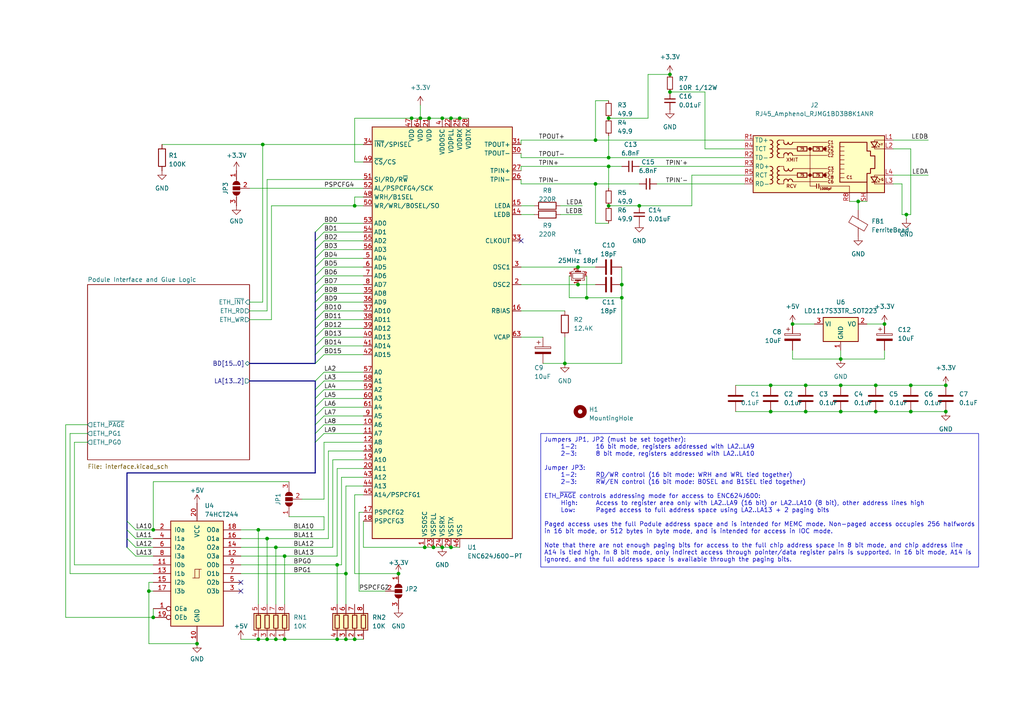
<source format=kicad_sch>
(kicad_sch (version 20250114) (generator "eeschema") (generator_version "9.0")
  (paper "A4")
  (title_block (title "EtherENC Prototype Card") (date "2025-10-23") (rev "0"))
  (text_box "Jumpers JP1, JP2 (must be set together):\n	1-2:	16 bit mode, registers addressed with LA2..LA9\n	2-3:	8 bit mode, registers addressed with LA2..LA10\n\nJumper JP3:\n	1-2:	RD/WR control (16 bit mode: WRH and WRL tied together)\n	2-3:	R~{W}/EN control (16 bit mode: B0SEL and B1SEL tied together)\n\nETH_~{PAGE} controls addressing mode for access to ENC624J600:\n	High:	Access to register area only with LA2..LA9 (16 bit) or LA2..LA10 (8 bit), other address lines high\n	Low:	Paged access to full address space using LA2..LA13 + 2 paging bits\n\nPaged access uses the full Podule address space and is intended for MEMC mode. Non-paged access occupies 256 halfwords in 16 bit mode, or 512 bytes in byte mode, and is intended for access in IOC mode.\n\nNote that there are not enough paging bits for access to the full chip address space in 8 bit mode, and chip address line A14 is tied high. In 8 bit mode, only indirect access through pointer/data register pairs is supported. In 16 bit mode, A14 is ignored, and the full address space is available through the paging bits." (at 156.845 125.73 0) (size 127 38.735) (margins 0.9525 0.9525 0.9525 0.9525) (effects (font (size 1.27 1.27)) (justify left top)))
  (junction (at 248.92 58.42))
  (junction (at 123.19 158.75))
  (junction (at 128.27 158.75))
  (junction (at 43.18 171.45))
  (junction (at 223.52 119.38))
  (junction (at 176.53 59.69))
  (junction (at 100.33 185.42))
  (junction (at 133.35 34.29))
  (junction (at 77.47 156.21))
  (junction (at 243.84 111.76))
  (junction (at 121.92 34.29))
  (junction (at 176.53 48.26))
  (junction (at 254 111.76))
  (junction (at 254 119.38))
  (junction (at 82.55 185.42))
  (junction (at 102.87 185.42))
  (junction (at 194.31 21.59))
  (junction (at 264.16 119.38))
  (junction (at 124.46 34.29))
  (junction (at 130.81 158.75))
  (junction (at 264.16 111.76))
  (junction (at 76.2 41.91))
  (junction (at 130.81 34.29))
  (junction (at 44.45 179.07))
  (junction (at 119.38 34.29))
  (junction (at 82.55 161.29))
  (junction (at 194.31 26.67))
  (junction (at 243.84 119.38))
  (junction (at 167.64 77.47))
  (junction (at 233.68 111.76))
  (junction (at 102.87 59.69))
  (junction (at 74.93 185.42))
  (junction (at 100.33 166.37))
  (junction (at 172.72 40.64))
  (junction (at 57.15 186.69))
  (junction (at 97.79 163.83))
  (junction (at 172.72 53.34))
  (junction (at 274.32 119.38))
  (junction (at 80.01 158.75))
  (junction (at 180.34 82.55))
  (junction (at 97.79 185.42))
  (junction (at 74.93 153.67))
  (junction (at 167.64 82.55))
  (junction (at 185.42 59.69))
  (junction (at 176.53 34.29))
  (junction (at 233.68 119.38))
  (junction (at 125.73 158.75))
  (junction (at 256.54 93.98))
  (junction (at 115.57 166.37))
  (junction (at 262.89 62.23))
  (junction (at 274.32 111.76))
  (junction (at 77.47 185.42))
  (junction (at 128.27 34.29))
  (junction (at 229.87 93.98))
  (junction (at 180.34 86.36))
  (junction (at 163.83 105.41))
  (junction (at 243.84 104.14))
  (junction (at 170.18 86.36))
  (junction (at 44.45 153.67))
  (junction (at 176.53 45.72))
  (junction (at 223.52 111.76))
  (junction (at 80.01 185.42))
  (no_connect (at 69.85 168.91))
  (no_connect (at 69.85 171.45))
  (no_connect (at 151.13 69.85))
  (bus_entry (at 91.44 87.63) (size 2.54 -2.54))
  (bus_entry (at 91.44 97.79) (size 2.54 -2.54))
  (bus_entry (at 91.44 74.93) (size 2.54 -2.54))
  (bus_entry (at 91.44 67.31) (size 2.54 -2.54))
  (bus_entry (at 36.83 158.75) (size 2.54 2.54))
  (bus_entry (at 91.44 92.71) (size 2.54 -2.54))
  (bus_entry (at 91.44 95.25) (size 2.54 -2.54))
  (bus_entry (at 36.83 153.67) (size 2.54 2.54))
  (bus_entry (at 91.44 118.11) (size 2.54 -2.54))
  (bus_entry (at 91.44 90.17) (size 2.54 -2.54))
  (bus_entry (at 91.44 105.41) (size 2.54 -2.54))
  (bus_entry (at 91.44 69.85) (size 2.54 -2.54))
  (bus_entry (at 91.44 102.87) (size 2.54 -2.54))
  (bus_entry (at 91.44 77.47) (size 2.54 -2.54))
  (bus_entry (at 36.83 156.21) (size 2.54 2.54))
  (bus_entry (at 91.44 82.55) (size 2.54 -2.54))
  (bus_entry (at 91.44 120.65) (size 2.54 -2.54))
  (bus_entry (at 91.44 72.39) (size 2.54 -2.54))
  (bus_entry (at 91.44 123.19) (size 2.54 -2.54))
  (bus_entry (at 91.44 80.01) (size 2.54 -2.54))
  (bus_entry (at 91.44 128.27) (size 2.54 -2.54))
  (bus_entry (at 36.83 151.13) (size 2.54 2.54))
  (bus_entry (at 91.44 113.03) (size 2.54 -2.54))
  (bus_entry (at 91.44 85.09) (size 2.54 -2.54))
  (bus_entry (at 91.44 100.33) (size 2.54 -2.54))
  (bus_entry (at 91.44 110.49) (size 2.54 -2.54))
  (bus_entry (at 91.44 115.57) (size 2.54 -2.54))
  (bus_entry (at 91.44 125.73) (size 2.54 -2.54))
  (wire (pts (xy 69.85 185.42) (xy 74.93 185.42)))
  (wire (pts (xy 77.47 52.07) (xy 105.41 52.07)))
  (bus (pts (xy 91.44 123.19) (xy 91.44 120.65)))
  (wire (pts (xy 43.18 168.91) (xy 43.18 171.45)))
  (wire (pts (xy 97.79 161.29) (xy 97.79 135.89)))
  (bus (pts (xy 91.44 128.27) (xy 91.44 137.16)))
  (wire (pts (xy 176.53 34.29) (xy 187.96 34.29)))
  (wire (pts (xy 243.84 101.6) (xy 243.84 104.14)))
  (wire (pts (xy 180.34 82.55) (xy 180.34 86.36)))
  (wire (pts (xy 74.93 153.67) (xy 93.98 153.67)))
  (bus (pts (xy 91.44 87.63) (xy 91.44 90.17)))
  (wire (pts (xy 93.98 107.95) (xy 105.41 107.95)))
  (wire (pts (xy 176.53 48.26) (xy 176.53 54.61)))
  (wire (pts (xy 264.16 62.23) (xy 264.16 43.18)))
  (wire (pts (xy 262.89 62.23) (xy 261.62 62.23)))
  (wire (pts (xy 100.33 140.97) (xy 105.41 140.97)))
  (bus (pts (xy 91.44 118.11) (xy 91.44 115.57)))
  (wire (pts (xy 204.47 43.18) (xy 215.9 43.18)))
  (wire (pts (xy 97.79 135.89) (xy 105.41 135.89)))
  (wire (pts (xy 261.62 53.34) (xy 259.08 53.34)))
  (wire (pts (xy 261.62 62.23) (xy 261.62 53.34)))
  (wire (pts (xy 102.87 46.99) (xy 102.87 34.29)))
  (wire (pts (xy 93.98 125.73) (xy 105.41 125.73)))
  (wire (pts (xy 233.68 119.38) (xy 243.84 119.38)))
  (wire (pts (xy 93.98 95.25) (xy 105.41 95.25)))
  (wire (pts (xy 21.59 163.83) (xy 44.45 163.83)))
  (wire (pts (xy 165.1 80.01) (xy 165.1 86.36)))
  (wire (pts (xy 172.72 40.64) (xy 215.9 40.64)))
  (wire (pts (xy 69.85 156.21) (xy 77.47 156.21)))
  (wire (pts (xy 93.98 128.27) (xy 105.41 128.27)))
  (wire (pts (xy 151.13 45.72) (xy 176.53 45.72)))
  (wire (pts (xy 19.05 123.19) (xy 25.4 123.19)))
  (wire (pts (xy 19.05 179.07) (xy 19.05 123.19)))
  (wire (pts (xy 151.13 48.26) (xy 176.53 48.26)))
  (wire (pts (xy 256.54 104.14) (xy 243.84 104.14)))
  (wire (pts (xy 72.39 90.17) (xy 77.47 90.17)))
  (wire (pts (xy 99.06 163.83) (xy 99.06 138.43)))
  (wire (pts (xy 121.92 30.48) (xy 121.92 34.29)))
  (wire (pts (xy 82.55 161.29) (xy 97.79 161.29)))
  (wire (pts (xy 200.66 50.8) (xy 215.9 50.8)))
  (wire (pts (xy 187.96 34.29) (xy 187.96 21.59)))
  (wire (pts (xy 264.16 43.18) (xy 259.08 43.18)))
  (wire (pts (xy 213.36 111.76) (xy 223.52 111.76)))
  (wire (pts (xy 264.16 119.38) (xy 274.32 119.38)))
  (wire (pts (xy 187.96 21.59) (xy 194.31 21.59)))
  (wire (pts (xy 93.98 115.57) (xy 105.41 115.57)))
  (bus (pts (xy 91.44 74.93) (xy 91.44 77.47)))
  (wire (pts (xy 180.34 77.47) (xy 180.34 82.55)))
  (wire (pts (xy 102.87 143.51) (xy 105.41 143.51)))
  (wire (pts (xy 93.98 85.09) (xy 105.41 85.09)))
  (wire (pts (xy 229.87 101.6) (xy 229.87 104.14)))
  (wire (pts (xy 111.76 171.45) (xy 104.14 171.45)))
  (wire (pts (xy 105.41 151.13) (xy 105.41 158.75)))
  (wire (pts (xy 151.13 53.34) (xy 151.13 52.07)))
  (wire (pts (xy 172.72 29.21) (xy 176.53 29.21)))
  (wire (pts (xy 119.38 34.29) (xy 121.92 34.29)))
  (wire (pts (xy 176.53 59.69) (xy 185.42 59.69)))
  (wire (pts (xy 243.84 119.38) (xy 254 119.38)))
  (bus (pts (xy 91.44 85.09) (xy 91.44 87.63)))
  (wire (pts (xy 93.98 87.63) (xy 105.41 87.63)))
  (wire (pts (xy 163.83 97.79) (xy 163.83 105.41)))
  (wire (pts (xy 151.13 77.47) (xy 167.64 77.47)))
  (wire (pts (xy 213.36 119.38) (xy 223.52 119.38)))
  (wire (pts (xy 39.37 156.21) (xy 44.45 156.21)))
  (wire (pts (xy 44.45 168.91) (xy 43.18 168.91)))
  (wire (pts (xy 170.18 80.01) (xy 170.18 86.36)))
  (wire (pts (xy 256.54 101.6) (xy 256.54 104.14)))
  (wire (pts (xy 80.01 185.42) (xy 82.55 185.42)))
  (wire (pts (xy 200.66 59.69) (xy 200.66 50.8)))
  (wire (pts (xy 264.16 62.23) (xy 262.89 62.23)))
  (wire (pts (xy 93.98 120.65) (xy 105.41 120.65)))
  (wire (pts (xy 100.33 166.37) (xy 100.33 140.97)))
  (wire (pts (xy 76.2 41.91) (xy 105.41 41.91)))
  (wire (pts (xy 130.81 158.75) (xy 133.35 158.75)))
  (bus (pts (xy 72.39 105.41) (xy 91.44 105.41)))
  (wire (pts (xy 243.84 111.76) (xy 254 111.76)))
  (wire (pts (xy 105.41 158.75) (xy 123.19 158.75)))
  (bus (pts (xy 91.44 100.33) (xy 91.44 102.87)))
  (wire (pts (xy 151.13 40.64) (xy 151.13 41.91)))
  (wire (pts (xy 254 119.38) (xy 264.16 119.38)))
  (wire (pts (xy 43.18 186.69) (xy 57.15 186.69)))
  (wire (pts (xy 128.27 158.75) (xy 130.81 158.75)))
  (wire (pts (xy 180.34 105.41) (xy 163.83 105.41)))
  (bus (pts (xy 91.44 72.39) (xy 91.44 74.93)))
  (wire (pts (xy 44.45 171.45) (xy 43.18 171.45)))
  (wire (pts (xy 130.81 34.29) (xy 133.35 34.29)))
  (wire (pts (xy 77.47 185.42) (xy 80.01 185.42)))
  (wire (pts (xy 165.1 86.36) (xy 170.18 86.36)))
  (wire (pts (xy 19.05 179.07) (xy 44.45 179.07)))
  (bus (pts (xy 91.44 69.85) (xy 91.44 72.39)))
  (wire (pts (xy 93.98 110.49) (xy 105.41 110.49)))
  (wire (pts (xy 78.74 92.71) (xy 78.74 59.69)))
  (wire (pts (xy 95.25 130.81) (xy 105.41 130.81)))
  (wire (pts (xy 151.13 97.79) (xy 157.48 97.79)))
  (bus (pts (xy 36.83 153.67) (xy 36.83 156.21)))
  (wire (pts (xy 87.63 144.78) (xy 93.98 144.78)))
  (wire (pts (xy 246.38 58.42) (xy 248.92 58.42)))
  (wire (pts (xy 264.16 111.76) (xy 274.32 111.76)))
  (wire (pts (xy 95.25 156.21) (xy 95.25 130.81)))
  (wire (pts (xy 93.98 90.17) (xy 105.41 90.17)))
  (wire (pts (xy 133.35 34.29) (xy 135.89 34.29)))
  (wire (pts (xy 102.87 57.15) (xy 102.87 59.69)))
  (wire (pts (xy 93.98 77.47) (xy 105.41 77.47)))
  (bus (pts (xy 91.44 125.73) (xy 91.44 128.27)))
  (wire (pts (xy 39.37 161.29) (xy 44.45 161.29)))
  (wire (pts (xy 93.98 69.85) (xy 105.41 69.85)))
  (wire (pts (xy 97.79 163.83) (xy 97.79 175.26)))
  (wire (pts (xy 176.53 48.26) (xy 180.34 48.26)))
  (wire (pts (xy 93.98 74.93) (xy 105.41 74.93)))
  (wire (pts (xy 21.59 128.27) (xy 21.59 163.83)))
  (wire (pts (xy 172.72 53.34) (xy 172.72 64.77)))
  (wire (pts (xy 233.68 111.76) (xy 243.84 111.76)))
  (wire (pts (xy 176.53 45.72) (xy 215.9 45.72)))
  (wire (pts (xy 93.98 67.31) (xy 105.41 67.31)))
  (wire (pts (xy 97.79 163.83) (xy 99.06 163.83)))
  (wire (pts (xy 82.55 161.29) (xy 82.55 175.26)))
  (wire (pts (xy 69.85 158.75) (xy 80.01 158.75)))
  (bus (pts (xy 91.44 77.47) (xy 91.44 80.01)))
  (bus (pts (xy 91.44 97.79) (xy 91.44 100.33)))
  (wire (pts (xy 185.42 59.69) (xy 200.66 59.69)))
  (wire (pts (xy 69.85 161.29) (xy 82.55 161.29)))
  (wire (pts (xy 72.39 92.71) (xy 78.74 92.71)))
  (wire (pts (xy 96.52 158.75) (xy 96.52 133.35)))
  (wire (pts (xy 102.87 166.37) (xy 115.57 166.37)))
  (wire (pts (xy 168.91 62.23) (xy 162.56 62.23)))
  (wire (pts (xy 151.13 40.64) (xy 172.72 40.64)))
  (wire (pts (xy 167.64 77.47) (xy 172.72 77.47)))
  (bus (pts (xy 36.83 151.13) (xy 36.83 153.67)))
  (wire (pts (xy 93.98 100.33) (xy 105.41 100.33)))
  (wire (pts (xy 248.92 58.42) (xy 248.92 60.96)))
  (bus (pts (xy 91.44 82.55) (xy 91.44 85.09)))
  (wire (pts (xy 180.34 86.36) (xy 180.34 105.41)))
  (wire (pts (xy 96.52 133.35) (xy 105.41 133.35)))
  (wire (pts (xy 151.13 48.26) (xy 151.13 49.53)))
  (wire (pts (xy 223.52 111.76) (xy 233.68 111.76)))
  (bus (pts (xy 36.83 137.16) (xy 36.83 151.13)))
  (wire (pts (xy 229.87 104.14) (xy 243.84 104.14)))
  (wire (pts (xy 44.45 139.7) (xy 44.45 153.67)))
  (wire (pts (xy 20.32 125.73) (xy 20.32 166.37)))
  (wire (pts (xy 124.46 34.29) (xy 128.27 34.29)))
  (wire (pts (xy 204.47 26.67) (xy 194.31 26.67)))
  (wire (pts (xy 25.4 125.73) (xy 20.32 125.73)))
  (wire (pts (xy 97.79 185.42) (xy 100.33 185.42)))
  (wire (pts (xy 74.93 153.67) (xy 74.93 175.26)))
  (bus (pts (xy 91.44 90.17) (xy 91.44 92.71)))
  (wire (pts (xy 105.41 46.99) (xy 102.87 46.99)))
  (wire (pts (xy 99.06 138.43) (xy 105.41 138.43)))
  (bus (pts (xy 72.39 110.49) (xy 91.44 110.49)))
  (wire (pts (xy 69.85 163.83) (xy 97.79 163.83)))
  (wire (pts (xy 82.55 185.42) (xy 97.79 185.42)))
  (wire (pts (xy 93.98 149.86) (xy 93.98 153.67)))
  (wire (pts (xy 168.91 59.69) (xy 162.56 59.69)))
  (wire (pts (xy 151.13 45.72) (xy 151.13 44.45)))
  (wire (pts (xy 172.72 53.34) (xy 185.42 53.34)))
  (wire (pts (xy 93.98 64.77) (xy 105.41 64.77)))
  (wire (pts (xy 77.47 156.21) (xy 95.25 156.21)))
  (wire (pts (xy 44.45 176.53) (xy 44.45 179.07)))
  (bus (pts (xy 91.44 137.16) (xy 36.83 137.16)))
  (wire (pts (xy 93.98 97.79) (xy 105.41 97.79)))
  (wire (pts (xy 248.92 58.42) (xy 251.46 58.42)))
  (wire (pts (xy 83.82 149.86) (xy 93.98 149.86)))
  (wire (pts (xy 163.83 105.41) (xy 157.48 105.41)))
  (wire (pts (xy 46.99 41.91) (xy 76.2 41.91)))
  (wire (pts (xy 172.72 64.77) (xy 176.53 64.77)))
  (wire (pts (xy 76.2 87.63) (xy 76.2 41.91)))
  (bus (pts (xy 91.44 92.71) (xy 91.44 95.25)))
  (wire (pts (xy 39.37 158.75) (xy 44.45 158.75)))
  (wire (pts (xy 254 111.76) (xy 264.16 111.76)))
  (wire (pts (xy 80.01 158.75) (xy 80.01 175.26)))
  (wire (pts (xy 93.98 102.87) (xy 105.41 102.87)))
  (wire (pts (xy 170.18 86.36) (xy 180.34 86.36)))
  (wire (pts (xy 223.52 119.38) (xy 233.68 119.38)))
  (wire (pts (xy 121.92 34.29) (xy 124.46 34.29)))
  (wire (pts (xy 93.98 113.03) (xy 105.41 113.03)))
  (wire (pts (xy 154.94 59.69) (xy 151.13 59.69)))
  (wire (pts (xy 100.33 185.42) (xy 102.87 185.42)))
  (wire (pts (xy 172.72 40.64) (xy 172.72 29.21)))
  (wire (pts (xy 93.98 128.27) (xy 93.98 144.78)))
  (wire (pts (xy 204.47 26.67) (xy 204.47 43.18)))
  (wire (pts (xy 104.14 171.45) (xy 104.14 148.59)))
  (bus (pts (xy 91.44 113.03) (xy 91.44 110.49)))
  (wire (pts (xy 104.14 148.59) (xy 105.41 148.59)))
  (wire (pts (xy 102.87 34.29) (xy 119.38 34.29)))
  (wire (pts (xy 151.13 82.55) (xy 167.64 82.55)))
  (wire (pts (xy 39.37 153.67) (xy 44.45 153.67)))
  (wire (pts (xy 77.47 90.17) (xy 77.47 52.07)))
  (wire (pts (xy 102.87 143.51) (xy 102.87 166.37)))
  (wire (pts (xy 93.98 92.71) (xy 105.41 92.71)))
  (wire (pts (xy 176.53 39.37) (xy 176.53 45.72)))
  (bus (pts (xy 91.44 115.57) (xy 91.44 113.03)))
  (wire (pts (xy 93.98 72.39) (xy 105.41 72.39)))
  (bus (pts (xy 91.44 102.87) (xy 91.44 105.41)))
  (wire (pts (xy 259.08 50.8) (xy 269.24 50.8)))
  (wire (pts (xy 229.87 93.98) (xy 236.22 93.98)))
  (wire (pts (xy 151.13 53.34) (xy 172.72 53.34)))
  (wire (pts (xy 259.08 40.64) (xy 269.24 40.64)))
  (bus (pts (xy 91.44 80.01) (xy 91.44 82.55)))
  (wire (pts (xy 128.27 34.29) (xy 130.81 34.29)))
  (wire (pts (xy 125.73 158.75) (xy 128.27 158.75)))
  (wire (pts (xy 72.39 87.63) (xy 76.2 87.63)))
  (wire (pts (xy 123.19 158.75) (xy 125.73 158.75)))
  (wire (pts (xy 93.98 123.19) (xy 105.41 123.19)))
  (bus (pts (xy 91.44 120.65) (xy 91.44 118.11)))
  (wire (pts (xy 25.4 128.27) (xy 21.59 128.27)))
  (wire (pts (xy 20.32 166.37) (xy 44.45 166.37)))
  (wire (pts (xy 185.42 48.26) (xy 215.9 48.26)))
  (wire (pts (xy 251.46 93.98) (xy 256.54 93.98)))
  (wire (pts (xy 69.85 166.37) (xy 100.33 166.37)))
  (wire (pts (xy 100.33 166.37) (xy 100.33 175.26)))
  (wire (pts (xy 78.74 59.69) (xy 102.87 59.69)))
  (wire (pts (xy 77.47 156.21) (xy 77.47 175.26)))
  (wire (pts (xy 190.5 53.34) (xy 215.9 53.34)))
  (bus (pts (xy 36.83 156.21) (xy 36.83 158.75)))
  (wire (pts (xy 80.01 158.75) (xy 96.52 158.75)))
  (wire (pts (xy 69.85 153.67) (xy 74.93 153.67)))
  (wire (pts (xy 93.98 80.01) (xy 105.41 80.01)))
  (wire (pts (xy 105.41 57.15) (xy 102.87 57.15)))
  (wire (pts (xy 102.87 59.69) (xy 105.41 59.69)))
  (wire (pts (xy 74.93 185.42) (xy 77.47 185.42)))
  (wire (pts (xy 93.98 82.55) (xy 105.41 82.55)))
  (bus (pts (xy 91.44 125.73) (xy 91.44 123.19)))
  (wire (pts (xy 102.87 185.42) (xy 105.41 185.42)))
  (bus (pts (xy 91.44 67.31) (xy 91.44 69.85)))
  (bus (pts (xy 91.44 95.25) (xy 91.44 97.79)))
  (wire (pts (xy 154.94 62.23) (xy 151.13 62.23)))
  (wire (pts (xy 72.39 54.61) (xy 105.41 54.61)))
  (wire (pts (xy 93.98 118.11) (xy 105.41 118.11)))
  (wire (pts (xy 262.89 62.23) (xy 262.89 63.5)))
  (wire (pts (xy 83.82 139.7) (xy 44.45 139.7)))
  (wire (pts (xy 151.13 90.17) (xy 163.83 90.17)))
  (wire (pts (xy 43.18 171.45) (xy 43.18 186.69)))
  (wire (pts (xy 167.64 82.55) (xy 172.72 82.55)))
  (label "BD13" (at 93.98 97.79 0))
  (label "LEDB" (at 269.24 40.64 180))
  (label "TPOUT+" (at 156.21 40.64 0))
  (label "LA4" (at 93.98 113.03 0))
  (label "BD0" (at 93.98 64.77 0))
  (label "PSPCFG2" (at 104.14 171.45 0))
  (label "BD3" (at 93.98 72.39 0))
  (label "LEDA" (at 168.91 59.69 180))
  (label "BPG0" (at 85.09 163.83 0))
  (label "BD15" (at 93.98 102.87 0))
  (label "BD1" (at 93.98 67.31 0))
  (label "BD9" (at 93.98 87.63 0))
  (label "TPOUT-" (at 156.21 45.72 0))
  (label "BLA11" (at 85.09 156.21 0))
  (label "LA12" (at 39.37 158.75 0))
  (label "BD8" (at 93.98 85.09 0))
  (label "TPIN+" (at 156.21 48.26 0))
  (label "PSPCFG4" (at 93.98 54.61 0))
  (label "LEDA" (at 269.24 50.8 180))
  (label "LA7" (at 93.98 120.65 0))
  (label "BD11" (at 93.98 92.71 0))
  (label "LA9" (at 93.98 125.73 0))
  (label "LA2" (at 93.98 107.95 0))
  (label "BD14" (at 93.98 100.33 0))
  (label "TPIN'-" (at 193.04 53.34 0))
  (label "BLA13" (at 85.09 161.29 0))
  (label "LA5" (at 93.98 115.57 0))
  (label "BD6" (at 93.98 80.01 0))
  (label "LA13" (at 39.37 161.29 0))
  (label "BD12" (at 93.98 95.25 0))
  (label "LA11" (at 39.37 156.21 0))
  (label "BD10" (at 93.98 90.17 0))
  (label "LA8" (at 93.98 123.19 0))
  (label "LEDB" (at 168.91 62.23 180))
  (label "BD4" (at 93.98 74.93 0))
  (label "LA10" (at 39.37 153.67 0))
  (label "TPIN'+" (at 193.04 48.26 0))
  (label "LA6" (at 93.98 118.11 0))
  (label "BLA12" (at 85.09 158.75 0))
  (label "LA3" (at 93.98 110.49 0))
  (label "TPIN-" (at 156.21 53.34 0))
  (label "BPG1" (at 85.09 166.37 0))
  (label "BLA10" (at 85.09 153.67 0))
  (label "BD7" (at 93.98 82.55 0))
  (label "BD5" (at 93.98 77.47 0))
  (label "BD2" (at 93.98 69.85 0))
  (symbol (lib_id "power:GND") (at 128.27 158.75 0) (unit 1)
    (property "Reference" "#PWR013" (effects (hide yes)))
    (property "Value" "GND" (at 128.27 163.83 0))
    (property "Description" "Power symbol creates a global label with name \"GND\" , ground" (effects (hide yes)))
  )
  (symbol (lib_id "power:GND") (at 57.15 186.69 0) (unit 1)
    (property "Reference" "#PWR024" (effects (hide yes)))
    (property "Value" "GND" (at 57.15 191.135 0))
    (property "Description" "Power symbol creates a global label with name \"GND\" , ground" (effects (hide yes)))
  )
  (symbol (lib_id "power:+5V") (at 69.85 185.42 0) (unit 1)
    (property "Reference" "#PWR09" (effects (hide yes)))
    (property "Value" "+5V" (at 69.85 181.61 0))
    (property "Description" "Power symbol creates a global label with name \"+5V\"" (effects (hide yes)))
  )
  (symbol (lib_id "Device:C_Polarized") (at 229.87 97.79 0) (unit 1)
    (property "Reference" "C8" (at 226.695 96.266 0) (effects (justify right)))
    (property "Value" "10uF" (at 226.695 98.806 0) (effects (justify right)))
    (property "Footprint" "Capacitor_Tantalum_SMD:CP_EIA-3216-18_Kemet-A_Pad1.58x1.35mm_HandSolder" (effects (hide yes)))
    (property "Description" "Polarized capacitor" (effects (hide yes)))
    (property "Digikey" "718-1118-1-ND" (effects (hide yes)))
    (property "LCSC" "C7171" (effects (hide yes)))
  )
  (symbol (lib_id "Jumper:SolderJumper_3_Open") (at 83.82 144.78 90) (unit 1) (in_bom no)
    (property "Reference" "JP1" (at 80.645 144.78 0))
    (property "Value" "SolderJumper_3_Open" (effects (hide yes)))
    (property "Footprint" "Jumper:SolderJumper-3_P1.3mm_Open_RoundedPad1.0x1.5mm" (effects (hide yes)))
    (property "Description" "Solder Jumper, 3-pole, open" (effects (hide yes)))
  )
  (symbol (lib_id "power:GND") (at 185.42 64.77 0) (unit 1)
    (property "Reference" "#PWR018" (effects (hide yes)))
    (property "Value" "GND" (at 185.42 69.85 0))
    (property "Description" "Power symbol creates a global label with name \"GND\" , ground" (effects (hide yes)))
  )
  (symbol (lib_id "power:GND") (at 274.32 119.38 0) (unit 1)
    (property "Reference" "#PWR011" (effects (hide yes)))
    (property "Value" "GND" (at 274.32 124.46 0))
    (property "Description" "Power symbol creates a global label with name \"GND\" , ground" (effects (hide yes)))
  )
  (symbol (lib_id "Jumper:SolderJumper_3_Open") (at 68.58 54.61 90) (mirror x) (unit 1) (in_bom no)
    (property "Reference" "JP3" (at 65.405 54.61 0))
    (property "Value" "SolderJumper_3_Open" (effects (hide yes)))
    (property "Footprint" "Jumper:SolderJumper-3_P1.3mm_Open_RoundedPad1.0x1.5mm" (effects (hide yes)))
    (property "Description" "Solder Jumper, 3-pole, open" (effects (hide yes)))
  )
  (symbol (lib_id "Device:R_Small") (at 176.53 57.15 0) (unit 1)
    (property "Reference" "R5" (at 179.07 55.88 0) (effects (justify left)))
    (property "Value" "49.9" (at 179.07 58.42 0) (effects (justify left)))
    (property "Footprint" "Resistor_SMD:R_0805_2012Metric_Pad1.20x1.40mm_HandSolder" (effects (hide yes)))
    (property "Description" "Resistor, small symbol" (effects (hide yes)))
    (property "Digikey" "RMCF0805FT49R9CT-ND" (effects (hide yes)))
    (property "LCSC" "C17720" (effects (hide yes)))
  )
  (symbol (lib_id "power:GND") (at 248.92 68.58 0) (unit 1)
    (property "Reference" "#PWR021" (effects (hide yes)))
    (property "Value" "GND" (at 248.92 73.66 0))
    (property "Description" "Power symbol creates a global label with name \"GND\" , ground" (effects (hide yes)))
  )
  (symbol (lib_id "power:+5V") (at 57.15 146.05 0) (unit 1)
    (property "Reference" "#PWR01" (effects (hide yes)))
    (property "Value" "+5V" (at 57.15 142.24 0))
    (property "Description" "Power symbol creates a global label with name \"+5V\"" (effects (hide yes)))
  )
  (symbol (lib_id "Device:R_Small") (at 194.31 24.13 0) (unit 1)
    (property "Reference" "R7" (at 196.85 22.86 0) (effects (justify left)))
    (property "Value" "10R 1/12W" (at 196.85 25.4 0) (effects (justify left)))
    (property "Footprint" "Resistor_SMD:R_0805_2012Metric_Pad1.20x1.40mm_HandSolder" (effects (hide yes)))
    (property "Description" "Resistor, small symbol" (effects (hide yes)))
    (property "Digikey" "RMCF0805FT10R0CT-ND" (effects (hide yes)))
    (property "LCSC" "C17415" (effects (hide yes)))
  )
  (symbol (lib_id "Device:C") (at 176.53 82.55 90) (unit 1)
    (property "Reference" "C11" (at 176.53 87.63 90))
    (property "Value" "18pF" (at 176.53 90.17 90))
    (property "Footprint" "Capacitor_SMD:C_0805_2012Metric_Pad1.18x1.45mm_HandSolder" (effects (hide yes)))
    (property "Description" "Unpolarized capacitor" (effects (hide yes)))
    (property "Digikey" "399-C0805C180K5GAC7800CT-ND" (effects (hide yes)))
    (property "LCSC" "C1797" (effects (hide yes)))
  )
  (symbol (lib_id "Device:C_Small") (at 185.42 62.23 0) (unit 1)
    (property "Reference" "C14" (at 187.96 60.9663 0) (effects (justify left)))
    (property "Value" "0.01uF" (at 187.96 63.5063 0) (effects (justify left)))
    (property "Footprint" "Capacitor_SMD:C_0805_2012Metric_Pad1.18x1.45mm_HandSolder" (effects (hide yes)))
    (property "Description" "Unpolarized capacitor, small symbol" (effects (hide yes)))
    (property "Digikey" "399-C0805C103K5RACTUCT-ND" (effects (hide yes)))
    (property "LCSC" "C1710" (effects (hide yes)))
  )
  (symbol (lib_id "Device:C") (at 243.84 115.57 180) (unit 1)
    (property "Reference" "C4" (at 247.65 114.3 0) (effects (justify right)))
    (property "Value" "0.1uF" (at 247.65 116.84 0) (effects (justify right)))
    (property "Footprint" "Capacitor_SMD:C_0805_2012Metric_Pad1.18x1.45mm_HandSolder" (effects (hide yes)))
    (property "Description" "Unpolarized capacitor" (effects (hide yes)))
    (property "Digikey" "399-C0805C104M5RAC7800CT-ND" (effects (hide yes)))
    (property "LCSC" "C49678" (effects (hide yes)))
  )
  (symbol (lib_id "Regulator_Linear:LD1117S33TR_SOT223") (at 243.84 93.98 0) (unit 1)
    (property "Reference" "U6" (at 243.84 87.63 0))
    (property "Value" "LD1117S33TR_SOT223" (at 243.84 90.17 0))
    (property "Footprint" "Package_TO_SOT_SMD:SOT-223-3_TabPin2" (effects (hide yes)))
    (property "Datasheet" "http://www.st.com/st-web-ui/static/active/en/resource/technical/document/datasheet/CD00000544.pdf" (effects (hide yes)))
    (property "Description" "800mA Fixed Low Drop Positive Voltage Regulator, Fixed Output 3.3V, SOT-223" (effects (hide yes)))
    (property "Digikey" "497-1242-1-ND" (effects (hide yes)))
    (property "LCSC" "C6186" (effects (hide yes)))
  )
  (symbol (lib_id "Device:R_Small") (at 176.53 62.23 0) (unit 1)
    (property "Reference" "R6" (at 179.07 60.96 0) (effects (justify left)))
    (property "Value" "49.9" (at 179.07 63.5 0) (effects (justify left)))
    (property "Footprint" "Resistor_SMD:R_0805_2012Metric_Pad1.20x1.40mm_HandSolder" (effects (hide yes)))
    (property "Description" "Resistor, small symbol" (effects (hide yes)))
    (property "Digikey" "RMCF0805FT49R9CT-ND" (effects (hide yes)))
    (property "LCSC" "C17720" (effects (hide yes)))
  )
  (symbol (lib_id "Device:C") (at 223.52 115.57 0) (unit 1)
    (property "Reference" "C2" (at 227.33 114.3 0) (effects (justify left)))
    (property "Value" "0.1uF" (at 227.33 116.84 0) (effects (justify left)))
    (property "Footprint" "Capacitor_SMD:C_0805_2012Metric_Pad1.18x1.45mm_HandSolder" (effects (hide yes)))
    (property "Description" "Unpolarized capacitor" (effects (hide yes)))
    (property "Digikey" "399-C0805C104M5RAC7800CT-ND" (effects (hide yes)))
    (property "LCSC" "C49678" (effects (hide yes)))
  )
  (symbol (lib_id "Device:C") (at 213.36 115.57 0) (mirror x) (unit 1)
    (property "Reference" "C1" (at 220.345 114.3 0) (effects (justify right)))
    (property "Value" "0.1uF" (at 220.345 116.84 0) (effects (justify right)))
    (property "Footprint" "Capacitor_SMD:C_0805_2012Metric_Pad1.18x1.45mm_HandSolder" (effects (hide yes)))
    (property "Description" "Unpolarized capacitor" (effects (hide yes)))
    (property "Digikey" "399-C0805C104M5RAC7800CT-ND" (effects (hide yes)))
    (property "LCSC" "C49678" (effects (hide yes)))
  )
  (symbol (lib_id "Device:R") (at 158.75 59.69 270) (mirror x) (unit 1)
    (property "Reference" "R8" (at 158.75 55.245 90))
    (property "Value" "220R" (at 158.75 57.785 90))
    (property "Footprint" "Resistor_SMD:R_0805_2012Metric_Pad1.20x1.40mm_HandSolder" (effects (hide yes)))
    (property "Description" "Resistor" (effects (hide yes)))
    (property "Digikey" "RMCF0805FT221RCT-ND" (effects (hide yes)))
    (property "LCSC" "C17557" (effects (hide yes)))
  )
  (symbol (lib_id "Device:C") (at 254 115.57 0) (unit 1)
    (property "Reference" "C5" (at 257.81 114.3 0) (effects (justify left)))
    (property "Value" "0.1uF" (at 257.81 116.84 0) (effects (justify left)))
    (property "Footprint" "Capacitor_SMD:C_0805_2012Metric_Pad1.18x1.45mm_HandSolder" (effects (hide yes)))
    (property "Description" "Unpolarized capacitor" (effects (hide yes)))
    (property "Digikey" "399-C0805C104M5RAC7800CT-ND" (effects (hide yes)))
    (property "LCSC" "C49678" (effects (hide yes)))
  )
  (symbol (lib_id "Device:C_Polarized") (at 256.54 97.79 0) (unit 1)
    (property "Reference" "C12" (at 260.35 95.631 0) (effects (justify left)))
    (property "Value" "10uF" (at 260.35 98.171 0) (effects (justify left)))
    (property "Footprint" "Capacitor_Tantalum_SMD:CP_EIA-3216-18_Kemet-A_Pad1.58x1.35mm_HandSolder" (effects (hide yes)))
    (property "Description" "Polarized capacitor" (effects (hide yes)))
    (property "Digikey" "718-1118-1-ND" (effects (hide yes)))
    (property "LCSC" "C7171" (effects (hide yes)))
  )
  (symbol (lib_id "power:+3.3V") (at 115.57 166.37 0) (unit 1)
    (property "Reference" "#PWR029" (effects (hide yes)))
    (property "Value" "+3.3V" (at 115.57 163.195 0))
    (property "Description" "Power symbol creates a global label with name \"+3.3V\"" (effects (hide yes)))
  )
  (symbol (lib_id "Device:C_Small") (at 187.96 53.34 90) (unit 1)
    (property "Reference" "C15" (at 187.9663 46.99 90))
    (property "Value" "6.8nF" (at 187.9663 49.53 90))
    (property "Footprint" "Capacitor_SMD:C_0805_2012Metric_Pad1.18x1.45mm_HandSolder" (effects (hide yes)))
    (property "Description" "Unpolarized capacitor, small symbol" (effects (hide yes)))
    (property "Digikey" "399-C0805C682K5RAC7800CT-ND" (effects (hide yes)))
    (property "LCSC" "C1755" (effects (hide yes)))
  )
  (symbol (lib_id "Device:R") (at 163.83 93.98 0) (unit 1)
    (property "Reference" "R2" (at 166.37 92.71 0) (effects (justify left)))
    (property "Value" "12.4K" (at 166.37 95.25 0) (effects (justify left)))
    (property "Footprint" "Resistor_SMD:R_0805_2012Metric_Pad1.20x1.40mm_HandSolder" (effects (hide yes)))
    (property "Description" "Resistor" (effects (hide yes)))
    (property "Digikey" "RMCF0805FT12K4CT-ND" (effects (hide yes)))
    (property "LCSC" "C317429" (effects (hide yes)))
  )
  (symbol (lib_id "74xx:74LS244") (at 57.15 166.37 0) (unit 1)
    (property "Reference" "U4" (at 59.3441 146.685 0) (effects (justify left)))
    (property "Value" "74HCT244" (at 59.3441 149.225 0) (effects (justify left)))
    (property "Footprint" "Package_SO:TSSOP-20_4.4x6.5mm_P0.65mm" (effects (hide yes)))
    (property "Datasheet" "http://www.ti.com/lit/ds/symlink/sn74ls244.pdf" (effects (hide yes)))
    (property "Description" "Octal Buffer and Line Driver With 3-State Output, active-low enables, non-inverting outputs" (effects (hide yes)))
    (property "Digikey" "296-8402-1-ND" (effects (hide yes)))
    (property "LCSC" "C6778" (effects (hide yes)))
  )
  (symbol (lib_id "power:GND") (at 262.89 63.5 0) (mirror y) (unit 1)
    (property "Reference" "#PWR08" (effects (hide yes)))
    (property "Value" "GND" (at 262.89 67.945 0))
    (property "Description" "Power symbol creates a global label with name \"GND\" , ground" (effects (hide yes)))
  )
  (symbol (lib_id "Device:C") (at 176.53 77.47 90) (unit 1)
    (property "Reference" "C10" (at 176.53 71.12 90))
    (property "Value" "18pF" (at 176.53 73.66 90))
    (property "Footprint" "Capacitor_SMD:C_0805_2012Metric_Pad1.18x1.45mm_HandSolder" (effects (hide yes)))
    (property "Description" "Unpolarized capacitor" (effects (hide yes)))
    (property "Digikey" "399-C0805C180K5GAC7800CT-ND" (effects (hide yes)))
    (property "LCSC" "C1797" (effects (hide yes)))
  )
  (symbol (lib_id "power:GND") (at 46.99 49.53 0) (unit 1)
    (property "Reference" "#PWR07" (effects (hide yes)))
    (property "Value" "GND" (at 46.99 54.61 0))
    (property "Description" "Power symbol creates a global label with name \"GND\" , ground" (effects (hide yes)))
  )
  (symbol (lib_id "power:GND") (at 115.57 176.53 0) (unit 1)
    (property "Reference" "#PWR028" (effects (hide yes)))
    (property "Value" "GND" (at 115.57 181.61 0))
    (property "Description" "Power symbol creates a global label with name \"GND\" , ground" (effects (hide yes)))
  )
  (symbol (lib_id "Device:R") (at 46.99 45.72 180) (unit 1)
    (property "Reference" "R1" (at 48.895 45.085 0) (effects (justify right)))
    (property "Value" "100K" (at 48.895 47.625 0) (effects (justify right)))
    (property "Footprint" "Resistor_SMD:R_0805_2012Metric_Pad1.20x1.40mm_HandSolder" (effects (hide yes)))
    (property "Description" "Resistor" (effects (hide yes)))
    (property "Digikey" "RMCF0805FT100KCT-ND" (effects (hide yes)))
    (property "LCSC" "C149504" (effects (hide yes)))
  )
  (symbol (lib_id "Connector:RJ45_Amphenol_RJMG1BD3B8K1ANR") (at 236.22 48.26 0) (unit 1)
    (property "Reference" "J2" (at 236.22 30.48 0))
    (property "Value" "RJ45_Amphenol_RJMG1BD3B8K1ANR" (at 236.22 33.02 0))
    (property "Footprint" "Connector_RJ:RJ45_Amphenol_RJMG1BD3B8K1ANR" (effects (hide yes)))
    (property "Datasheet" "https://www.amphenol-cs.com/media/wysiwyg/files/drawing/rjmg1bd3b8k1anr.pdf" (effects (hide yes)))
    (property "Description" "1 Port RJ45 Magjack Connector Through Hole 10/100 Base-T, AutoMDIX" (effects (hide yes)))
    (property "Digikey" "RJMG1BD3B8K1ANR-ND" (effects (hide yes)))
  )
  (symbol (lib_id "Device:C_Polarized") (at 157.48 101.6 0) (unit 1)
    (property "Reference" "C9" (at 154.94 106.68 0) (effects (justify left)))
    (property "Value" "10uF" (at 154.94 109.22 0) (effects (justify left)))
    (property "Footprint" "Capacitor_Tantalum_SMD:CP_EIA-3216-18_Kemet-A_Pad1.58x1.35mm_HandSolder" (effects (hide yes)))
    (property "Description" "Polarized capacitor" (effects (hide yes)))
    (property "Digikey" "718-1118-1-ND" (effects (hide yes)))
    (property "LCSC" "C7171" (effects (hide yes)))
  )
  (symbol (lib_id "power:+3.3V") (at 274.32 111.76 0) (unit 1)
    (property "Reference" "#PWR010" (effects (hide yes)))
    (property "Value" "+3.3V" (at 274.32 106.68 0))
    (property "Description" "Power symbol creates a global label with name \"+3.3V\"" (effects (hide yes)))
  )
  (symbol (lib_id "power:+3.3V") (at 194.31 21.59 0) (unit 1)
    (property "Reference" "#PWR019" (effects (hide yes)))
    (property "Value" "+3.3V" (at 194.31 16.51 0))
    (property "Description" "Power symbol creates a global label with name \"+3.3V\"" (effects (hide yes)))
  )
  (symbol (lib_id "Device:R_Pack04") (at 100.33 180.34 0) (mirror y) (unit 1)
    (property "Reference" "RN2" (at 107.95 179.0699 0) (effects (justify right)))
    (property "Value" "10K" (at 107.95 181.6099 0) (effects (justify right)))
    (property "Footprint" "Resistor_SMD:R_Array_Concave_4x0603" (effects (hide yes)))
    (property "Description" "4 resistor network, parallel topology" (effects (hide yes)))
    (property "Digikey" "CAT16-103J4LFCT-ND" (effects (hide yes)))
    (property "LCSC" "C29718" (effects (hide yes)))
  )
  (symbol (lib_id "Device:C") (at 233.68 115.57 0) (mirror y) (unit 1)
    (property "Reference" "C3" (at 237.49 114.3 0) (effects (justify right)))
    (property "Value" "0.1uF" (at 237.49 116.84 0) (effects (justify right)))
    (property "Footprint" "Capacitor_SMD:C_0805_2012Metric_Pad1.18x1.45mm_HandSolder" (effects (hide yes)))
    (property "Description" "Unpolarized capacitor" (effects (hide yes)))
    (property "Digikey" "399-C0805C104M5RAC7800CT-ND" (effects (hide yes)))
    (property "LCSC" "C49678" (effects (hide yes)))
  )
  (symbol (lib_id "Mechanical:MountingHole") (at 168.275 119.38 0) (unit 1) (in_bom no)
    (property "Reference" "H1" (at 170.815 118.745 0) (effects (justify left)))
    (property "Value" "MountingHole" (at 170.815 121.285 0) (effects (justify left)))
    (property "Footprint" "MountingHole:MountingHole_3.2mm_M3" (effects (hide yes)))
    (property "Description" "Mounting Hole without connection" (effects (hide yes)))
  )
  (symbol (lib_id "power:GND") (at 243.84 104.14 0) (unit 1)
    (property "Reference" "#PWR016" (effects (hide yes)))
    (property "Value" "GND" (at 243.84 109.22 0))
    (property "Description" "Power symbol creates a global label with name \"GND\" , ground" (effects (hide yes)))
  )
  (symbol (lib_id "Device:C_Small") (at 194.31 29.21 0) (unit 1)
    (property "Reference" "C16" (at 196.85 27.9463 0) (effects (justify left)))
    (property "Value" "0.01uF" (at 196.85 30.4863 0) (effects (justify left)))
    (property "Footprint" "Capacitor_SMD:C_0805_2012Metric_Pad1.18x1.45mm_HandSolder" (effects (hide yes)))
    (property "Description" "Unpolarized capacitor, small symbol" (effects (hide yes)))
    (property "Digikey" "399-C0805C103K5RACTUCT-ND" (effects (hide yes)))
    (property "LCSC" "C1710" (effects (hide yes)))
  )
  (symbol (lib_id "power:GND") (at 68.58 59.69 0) (unit 1)
    (property "Reference" "#PWR033" (effects (hide yes)))
    (property "Value" "GND" (at 68.58 64.135 0))
    (property "Description" "Power symbol creates a global label with name \"GND\" , ground" (effects (hide yes)))
  )
  (symbol (lib_id "Device:FerriteBead") (at 248.92 64.77 180) (unit 1)
    (property "Reference" "FB1" (at 252.73 64.1858 0) (effects (justify right)))
    (property "Value" "FerriteBead" (at 252.73 66.7258 0) (effects (justify right)))
    (property "Footprint" "Inductor_SMD:L_0805_2012Metric_Pad1.15x1.40mm_HandSolder" (effects (hide yes)))
    (property "Description" "Ferrite bead" (effects (hide yes)))
    (property "Digikey" "240-2549-1-ND" (effects (hide yes)))
    (property "LCSC" "C1015" (effects (hide yes)))
  )
  (symbol (lib_id "power:GND") (at 163.83 105.41 0) (unit 1)
    (property "Reference" "#PWR015" (effects (hide yes)))
    (property "Value" "GND" (at 163.83 110.49 0))
    (property "Description" "Power symbol creates a global label with name \"GND\" , ground" (effects (hide yes)))
  )
  (symbol (lib_id "Device:Crystal_GND24_Small") (at 167.64 80.01 90) (unit 1)
    (property "Reference" "Y1" (at 167.64 73.025 90))
    (property "Value" "25MHz 18pf" (at 167.64 75.565 90))
    (property "Footprint" "Crystal:Crystal_SMD_3225-4Pin_3.2x2.5mm_HandSoldering" (effects (hide yes)))
    (property "Description" "Four pin crystal, GND on pins 2 and 4, small symbol" (effects (hide yes)))
    (property "Digikey" "2151-RH100-25.000-18-F-1020-EXT-TRCT-ND" (effects (hide yes)))
    (property "LCSC" "C9006" (effects (hide yes)))
  )
  (symbol (lib_id "power:+3.3V") (at 256.54 93.98 0) (unit 1)
    (property "Reference" "#PWR017" (effects (hide yes)))
    (property "Value" "+3.3V" (at 256.54 88.9 0))
    (property "Description" "Power symbol creates a global label with name \"+3.3V\"" (effects (hide yes)))
  )
  (symbol (lib_id "Device:R") (at 158.75 62.23 270) (mirror x) (unit 1)
    (property "Reference" "R9" (at 158.75 65.405 90))
    (property "Value" "220R" (at 158.75 67.945 90))
    (property "Footprint" "Resistor_SMD:R_0805_2012Metric_Pad1.20x1.40mm_HandSolder" (effects (hide yes)))
    (property "Description" "Resistor" (effects (hide yes)))
    (property "Digikey" "RMCF0805FT221RCT-ND" (effects (hide yes)))
    (property "LCSC" "C17557" (effects (hide yes)))
  )
  (symbol (lib_id "Jumper:SolderJumper_3_Open") (at 115.57 171.45 270) (unit 1) (in_bom no)
    (property "Reference" "JP2" (at 117.475 170.815 90) (effects (justify left)))
    (property "Value" "SolderJumper_3_Open" (effects (hide yes)))
    (property "Footprint" "Jumper:SolderJumper-3_P1.3mm_Open_RoundedPad1.0x1.5mm" (effects (hide yes)))
    (property "Description" "Solder Jumper, 3-pole, open" (effects (hide yes)))
  )
  (symbol (lib_id "Device:C") (at 274.32 115.57 0) (unit 1)
    (property "Reference" "C7" (at 278.13 114.3 0) (effects (justify left)))
    (property "Value" "0.1uF" (at 278.13 116.84 0) (effects (justify left)))
    (property "Footprint" "Capacitor_SMD:C_0805_2012Metric_Pad1.18x1.45mm_HandSolder" (effects (hide yes)))
    (property "Description" "Unpolarized capacitor" (effects (hide yes)))
    (property "Digikey" "399-C0805C104M5RAC7800CT-ND" (effects (hide yes)))
    (property "LCSC" "C49678" (effects (hide yes)))
  )
  (symbol (lib_id "Device:C") (at 264.16 115.57 180) (unit 1)
    (property "Reference" "C6" (at 267.97 114.3 0) (effects (justify right)))
    (property "Value" "0.1uF" (at 267.97 116.84 0) (effects (justify right)))
    (property "Footprint" "Capacitor_SMD:C_0805_2012Metric_Pad1.18x1.45mm_HandSolder" (effects (hide yes)))
    (property "Description" "Unpolarized capacitor" (effects (hide yes)))
    (property "Digikey" "399-C0805C104M5RAC7800CT-ND" (effects (hide yes)))
    (property "LCSC" "C49678" (effects (hide yes)))
  )
  (symbol (lib_id "Device:R_Small") (at 176.53 36.83 0) (unit 1)
    (property "Reference" "R4" (at 179.07 35.56 0) (effects (justify left)))
    (property "Value" "49.9" (at 179.07 38.1 0) (effects (justify left)))
    (property "Footprint" "Resistor_SMD:R_0805_2012Metric_Pad1.20x1.40mm_HandSolder" (effects (hide yes)))
    (property "Description" "Resistor, small symbol" (effects (hide yes)))
    (property "Digikey" "RMCF0805FT49R9CT-ND" (effects (hide yes)))
    (property "LCSC" "C17720" (effects (hide yes)))
  )
  (symbol (lib_id "PDS-Ethernet:ENC624J600-PT") (at 128.27 69.85 0) (unit 1)
    (property "Reference" "U1" (at 135.5441 158.75 0) (effects (justify left)))
    (property "Value" "ENC624J600-PT" (at 135.5441 161.29 0) (effects (justify left)))
    (property "Footprint" "Package_QFP:TQFP-64_10x10mm_P0.5mm" (effects (hide yes)))
    (property "Datasheet" "http://ww1.microchip.com/downloads/en/DeviceDoc/39935c.pdf" (effects (hide yes)))
    (property "Digikey" "ENC624J600-I/PT-ND" (effects (hide yes)))
    (property "LCSC" "C630732" (effects (hide yes)))
  )
  (symbol (lib_id "power:GND") (at 194.31 31.75 0) (unit 1)
    (property "Reference" "#PWR020" (effects (hide yes)))
    (property "Value" "GND" (at 194.31 36.83 0))
    (property "Description" "Power symbol creates a global label with name \"GND\" , ground" (effects (hide yes)))
  )
  (symbol (lib_id "power:+3.3V") (at 121.92 30.48 0) (unit 1)
    (property "Reference" "#PWR012" (effects (hide yes)))
    (property "Value" "+3.3V" (at 121.92 25.4 0))
    (property "Description" "Power symbol creates a global label with name \"+3.3V\"" (effects (hide yes)))
  )
  (symbol (lib_id "power:+5V") (at 229.87 93.98 0) (unit 1)
    (property "Reference" "#PWR014" (effects (hide yes)))
    (property "Value" "+5V" (at 229.87 88.9 0))
    (property "Description" "Power symbol creates a global label with name \"+5V\"" (effects (hide yes)))
  )
  (symbol (lib_id "Device:C_Small") (at 182.88 48.26 90) (unit 1)
    (property "Reference" "C13" (at 182.8863 41.91 90))
    (property "Value" "6.8nF" (at 182.8863 44.45 90))
    (property "Footprint" "Capacitor_SMD:C_0805_2012Metric_Pad1.18x1.45mm_HandSolder" (effects (hide yes)))
    (property "Description" "Unpolarized capacitor, small symbol" (effects (hide yes)))
    (property "Digikey" "399-C0805C682K5RAC7800CT-ND" (effects (hide yes)))
    (property "LCSC" "C1755" (effects (hide yes)))
  )
  (symbol (lib_id "power:+3.3V") (at 68.58 49.53 0) (unit 1)
    (property "Reference" "#PWR032" (effects (hide yes)))
    (property "Value" "+3.3V" (at 68.58 45.085 0))
    (property "Description" "Power symbol creates a global label with name \"+3.3V\"" (effects (hide yes)))
  )
  (symbol (lib_id "Device:R_Pack04") (at 77.47 180.34 0) (mirror y) (unit 1)
    (property "Reference" "RN1" (at 85.09 179.0699 0) (effects (justify right)))
    (property "Value" "10K" (at 85.09 181.6099 0) (effects (justify right)))
    (property "Footprint" "Resistor_SMD:R_Array_Concave_4x0603" (effects (hide yes)))
    (property "Description" "4 resistor network, parallel topology" (effects (hide yes)))
    (property "Digikey" "CAT16-103J4LFCT-ND" (effects (hide yes)))
    (property "LCSC" "C29718" (effects (hide yes)))
  )
  (symbol (lib_id "Device:R_Small") (at 176.53 31.75 0) (unit 1)
    (property "Reference" "R3" (at 179.07 30.48 0) (effects (justify left)))
    (property "Value" "49.9" (at 179.07 33.02 0) (effects (justify left)))
    (property "Footprint" "Resistor_SMD:R_0805_2012Metric_Pad1.20x1.40mm_HandSolder" (effects (hide yes)))
    (property "Description" "Resistor, small symbol" (effects (hide yes)))
    (property "Digikey" "RMCF0805FT49R9CT-ND" (effects (hide yes)))
    (property "LCSC" "C17720" (effects (hide yes)))
  )
  (sheet (at 25.4 82.55) (size 46.99 50.8) (stroke (width 0.1524))
    (property "Sheetname" "Podule Interface and Glue Logic" (at 25.4 81.8384 0) (effects (justify left bottom)))
    (property "Sheetfile" "interface.kicad_sch" (at 25.4 134.5696 0) (effects (justify left top)))
    (pin "BD[15..0]" bidirectional (at 72.39 105.41 0))
    (pin "LA[13..2]" output (at 72.39 110.49 0))
    (pin "ETH_~{INT}" input (at 72.39 87.63 0))
    (pin "ETH_PG0" output (at 25.4 128.27 180))
    (pin "ETH_PG1" output (at 25.4 125.73 180))
    (pin "ETH_~{PAGE}" output (at 25.4 123.19 180))
    (pin "ETH_RD" output (at 72.39 90.17 0))
    (pin "ETH_WR" output (at 72.39 92.71 0))
  )
)
</source>
